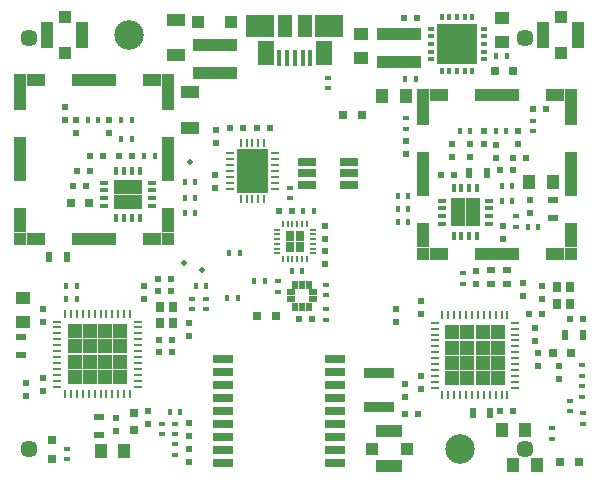
<source format=gts>
G04 #@! TF.GenerationSoftware,KiCad,Pcbnew,(2017-02-19 revision a416f3a4e)-master*
G04 #@! TF.CreationDate,2017-03-09T22:49:21-08:00*
G04 #@! TF.ProjectId,Flight Computer,466C6967687420436F6D70757465722E,rev?*
G04 #@! TF.FileFunction,Soldermask,Top*
G04 #@! TF.FilePolarity,Negative*
%FSLAX46Y46*%
G04 Gerber Fmt 4.6, Leading zero omitted, Abs format (unit mm)*
G04 Created by KiCad (PCBNEW (2017-02-19 revision a416f3a4e)-master) date 03/09/17 22:49:21*
%MOMM*%
%LPD*%
G01*
G04 APERTURE LIST*
%ADD10C,0.150000*%
%ADD11R,1.800000X0.800000*%
%ADD12R,1.800000X0.700000*%
%ADD13R,0.500000X0.900000*%
%ADD14R,0.400000X0.600000*%
%ADD15R,1.500000X0.700000*%
%ADD16R,0.600000X0.500000*%
%ADD17R,0.500000X0.600000*%
%ADD18R,0.700000X0.250000*%
%ADD19R,0.250000X0.700000*%
%ADD20R,1.325000X1.825000*%
%ADD21R,0.800000X0.800000*%
%ADD22R,0.600000X0.400000*%
%ADD23R,0.800000X0.900000*%
%ADD24C,0.500000*%
%ADD25C,2.500000*%
%ADD26R,1.000000X1.250000*%
%ADD27R,1.000000X2.130000*%
%ADD28R,1.000000X3.800000*%
%ADD29R,1.650000X1.000000*%
%ADD30R,3.800000X1.000000*%
%ADD31R,1.000000X1.000000*%
%ADD32R,0.800000X0.750000*%
%ADD33R,0.750000X0.800000*%
%ADD34R,1.250000X1.000000*%
%ADD35R,1.100000X1.100000*%
%ADD36R,1.475000X2.100000*%
%ADD37R,0.450000X1.380000*%
%ADD38R,1.175000X1.900000*%
%ADD39R,2.375000X1.900000*%
%ADD40C,1.450000*%
%ADD41R,0.600000X0.700000*%
%ADD42R,0.600000X0.750000*%
%ADD43R,0.750000X0.600000*%
%ADD44R,2.500000X0.900000*%
%ADD45R,0.800000X0.600000*%
%ADD46R,2.200000X1.050000*%
%ADD47R,0.200000X0.550000*%
%ADD48R,0.550000X0.200000*%
%ADD49R,0.800000X0.875000*%
%ADD50R,3.700000X0.980000*%
%ADD51R,1.050000X2.200000*%
%ADD52R,1.600000X1.000000*%
%ADD53R,1.675000X1.675000*%
%ADD54R,0.550000X0.400000*%
%ADD55R,0.400000X0.550000*%
%ADD56R,1.287500X1.287500*%
%ADD57R,1.250000X1.250000*%
%ADD58R,0.800000X0.350000*%
%ADD59R,0.350000X0.800000*%
%ADD60R,0.900000X0.500000*%
G04 APERTURE END LIST*
D10*
D11*
X68900435Y-116000076D03*
X78400435Y-116000076D03*
X68900435Y-117100076D03*
X78400435Y-117100076D03*
X68900435Y-118200076D03*
X78400435Y-118200076D03*
X68900435Y-119300076D03*
X78400435Y-119300076D03*
X68900435Y-120400076D03*
X78400435Y-120400076D03*
X68900435Y-121500076D03*
X78400435Y-121500076D03*
X68900435Y-122600076D03*
X78400435Y-122600076D03*
D12*
X68900435Y-114900076D03*
X78400435Y-114900076D03*
X68900435Y-123700076D03*
X78400435Y-123700076D03*
D13*
X91550000Y-119450000D03*
X90050000Y-119450000D03*
D14*
X69300000Y-109750000D03*
X70200000Y-109750000D03*
X70350000Y-105950000D03*
X69450000Y-105950000D03*
D15*
X76050000Y-100200000D03*
X76050000Y-99200000D03*
X76050000Y-98200000D03*
X79550000Y-98200000D03*
X79550000Y-99200000D03*
X79550000Y-100200000D03*
D16*
X71800000Y-95400000D03*
X72900000Y-95400000D03*
D17*
X68300000Y-95550000D03*
X68300000Y-96650000D03*
X68200000Y-99350000D03*
X68200000Y-100450000D03*
D16*
X93450435Y-97900076D03*
X94550435Y-97900076D03*
D17*
X84350000Y-118150000D03*
X84350000Y-117050000D03*
D16*
X70600000Y-95400000D03*
X69500000Y-95400000D03*
X56250435Y-100300076D03*
X57350435Y-100300076D03*
D17*
X52200000Y-116950000D03*
X52200000Y-118050000D03*
D18*
X69509296Y-97497972D03*
X69509296Y-97997972D03*
X69509296Y-98497972D03*
X69509296Y-98997972D03*
X69509296Y-99497972D03*
X69509296Y-99997972D03*
X69509296Y-100497972D03*
D19*
X70409296Y-101397972D03*
X70909296Y-101397972D03*
X71409296Y-101397972D03*
X71909296Y-101397972D03*
X72409296Y-101397972D03*
D18*
X73309296Y-100497972D03*
X73309296Y-99997972D03*
X73309296Y-99497972D03*
X73309296Y-98997972D03*
X73309296Y-98497972D03*
X73309296Y-97997972D03*
X73309296Y-97497972D03*
D19*
X72409296Y-96597972D03*
X71909296Y-96597972D03*
X71409296Y-96597972D03*
X70909296Y-96597972D03*
X70409296Y-96597972D03*
D20*
X72071796Y-99910472D03*
X72071796Y-98085472D03*
X70746796Y-99910472D03*
X70746796Y-98085472D03*
D21*
X79100000Y-94250000D03*
X80700000Y-94250000D03*
D22*
X77850000Y-91100000D03*
X77850000Y-92000000D03*
D21*
X54450000Y-121800000D03*
X54450000Y-123400000D03*
X71800000Y-111300000D03*
X73400000Y-111300000D03*
X99050000Y-123650000D03*
X97450000Y-123650000D03*
D22*
X74550000Y-101300000D03*
X74550000Y-100400000D03*
X96800000Y-120750000D03*
X96800000Y-121650000D03*
X55750000Y-122500000D03*
X55750000Y-123400000D03*
D14*
X71550000Y-108300000D03*
X72450000Y-108300000D03*
D22*
X67450000Y-110700000D03*
X67450000Y-109800000D03*
D23*
X64650435Y-110500076D03*
X64650435Y-111900076D03*
X63550435Y-111900076D03*
X63550435Y-110500076D03*
X98300000Y-108850000D03*
X98300000Y-110250000D03*
X97200000Y-110250000D03*
X97200000Y-108850000D03*
D17*
X83550000Y-110700000D03*
X83550000Y-111800000D03*
D24*
X66100526Y-98249723D03*
X65600000Y-106750002D03*
X67150526Y-107399723D03*
D16*
X63400526Y-108149723D03*
X64500526Y-108149723D03*
D17*
X62600526Y-120449723D03*
X62600526Y-119349723D03*
X97350000Y-115550000D03*
X97350000Y-116650000D03*
D25*
X89000526Y-122499723D03*
D22*
X99350526Y-115449723D03*
X99350526Y-116349723D03*
D14*
X64400526Y-119399723D03*
X65300526Y-119399723D03*
D22*
X63750526Y-120399723D03*
X63750526Y-121299723D03*
X64850526Y-121299723D03*
X64850526Y-120399723D03*
D14*
X66600526Y-108749723D03*
X67500526Y-108749723D03*
D22*
X64850526Y-122149723D03*
X64850526Y-123049723D03*
D14*
X56550526Y-109849723D03*
X55650526Y-109849723D03*
X56550526Y-108699723D03*
X55650526Y-108699723D03*
D22*
X99350526Y-117199723D03*
X99350526Y-118099723D03*
X98300526Y-118449723D03*
X98300526Y-119349723D03*
X99400526Y-119499723D03*
X99400526Y-120399723D03*
X66300526Y-109799723D03*
X66300526Y-110699723D03*
D25*
X61000526Y-87499723D03*
D26*
X84400000Y-92650000D03*
X82400000Y-92650000D03*
D16*
X64500526Y-109199723D03*
X63400526Y-109199723D03*
X98300000Y-111550000D03*
X99400000Y-111550000D03*
D17*
X95950000Y-108750000D03*
X95950000Y-109850000D03*
X66000000Y-111850000D03*
X66000000Y-112950000D03*
D27*
X51750526Y-92834723D03*
X64250526Y-92834723D03*
D28*
X51750526Y-97999723D03*
X64250526Y-97999723D03*
D27*
X51750526Y-103164723D03*
X64250526Y-103164723D03*
D29*
X53075526Y-91269723D03*
X53075526Y-104729723D03*
D30*
X58000526Y-91269723D03*
X58000526Y-104729723D03*
D29*
X62925526Y-91269723D03*
X62925526Y-104729723D03*
D31*
X64250526Y-91269723D03*
X51750526Y-91269723D03*
X51750526Y-104729723D03*
X64250526Y-104729723D03*
D27*
X85850435Y-94105076D03*
X98350435Y-94105076D03*
D28*
X85850435Y-99270076D03*
X98350435Y-99270076D03*
D27*
X85850435Y-104435076D03*
X98350435Y-104435076D03*
D29*
X87175435Y-92540076D03*
X87175435Y-106000076D03*
D30*
X92100435Y-92540076D03*
X92100435Y-106000076D03*
D29*
X97025435Y-92540076D03*
X97025435Y-106000076D03*
D31*
X98350435Y-92540076D03*
X85850435Y-92540076D03*
X85850435Y-106000076D03*
X98350435Y-106000076D03*
D17*
X85650000Y-110000000D03*
X85650000Y-111100000D03*
X88350000Y-96750076D03*
X88350000Y-97850076D03*
X95550000Y-115500000D03*
X95550000Y-114400000D03*
D16*
X64600000Y-113300076D03*
X63500000Y-113300076D03*
D17*
X53700000Y-117650000D03*
X53700000Y-116550000D03*
X95350000Y-112300000D03*
X95350000Y-113400000D03*
D32*
X98350000Y-114400000D03*
X96850000Y-114400000D03*
D33*
X61350435Y-120950076D03*
X61350435Y-119450076D03*
D32*
X56050435Y-101750076D03*
X57550435Y-101750076D03*
X93450649Y-90554868D03*
X91950649Y-90554868D03*
D34*
X52000526Y-109749723D03*
X52000526Y-111749723D03*
D26*
X60550435Y-122700076D03*
X58550435Y-122700076D03*
X95500000Y-123900000D03*
X93500000Y-123900000D03*
D34*
X80600526Y-87399723D03*
X80600526Y-89399723D03*
D26*
X96850435Y-99900076D03*
X94850435Y-99900076D03*
X94500000Y-120900000D03*
X92500000Y-120900000D03*
D14*
X93400435Y-100250076D03*
X92500435Y-100250076D03*
D35*
X69600000Y-86400000D03*
X66800000Y-86400000D03*
D36*
X72538026Y-89040000D03*
D37*
X73700526Y-89400000D03*
X74350526Y-89400000D03*
X75000526Y-89400000D03*
X75650526Y-89400000D03*
D38*
X74163026Y-86740000D03*
X75838026Y-86740000D03*
D39*
X72088026Y-86740000D03*
X77913026Y-86740000D03*
D36*
X77463026Y-89040000D03*
D37*
X76300526Y-89400000D03*
D17*
X66000870Y-120300152D03*
X66000870Y-121400152D03*
X66000870Y-123650152D03*
X66000870Y-122550152D03*
D16*
X75320120Y-111569520D03*
X76420120Y-111569520D03*
D17*
X77570120Y-103619520D03*
X77570120Y-104719520D03*
D16*
X85450000Y-119550000D03*
X84350000Y-119550000D03*
D17*
X77550526Y-106899723D03*
X77550526Y-105799723D03*
D16*
X73620120Y-102369520D03*
X74720120Y-102369520D03*
D40*
X94500435Y-87700076D03*
X94500435Y-122500076D03*
X52500435Y-87700076D03*
X52500435Y-122500076D03*
D41*
X75020120Y-110489520D03*
D42*
X75620120Y-110489520D03*
X75020120Y-108649520D03*
X75620120Y-108649520D03*
D43*
X76540120Y-109269520D03*
X76540120Y-109869520D03*
D41*
X76220120Y-108649520D03*
D43*
X74700120Y-109269520D03*
X74700120Y-109869520D03*
D42*
X76220120Y-110489520D03*
D14*
X75620120Y-107469520D03*
X74720120Y-107469520D03*
D22*
X77670120Y-108619520D03*
X77670120Y-109519520D03*
X77670120Y-111619520D03*
X77670120Y-110719520D03*
D14*
X75720120Y-102369520D03*
X76620120Y-102369520D03*
D22*
X73570120Y-109219520D03*
X73570120Y-108319520D03*
D44*
X82150000Y-116100000D03*
X82150000Y-119000000D03*
D45*
X91600000Y-107350000D03*
X91600000Y-108550000D03*
X93000000Y-108550000D03*
X93000000Y-107350000D03*
D31*
X81500526Y-122499723D03*
X84500526Y-122499723D03*
D46*
X83000526Y-123974723D03*
X83000526Y-121024723D03*
D47*
X74000120Y-106474520D03*
X74400120Y-106474520D03*
X74800120Y-106474520D03*
X75200120Y-106474520D03*
X75600120Y-106474520D03*
X76000120Y-106474520D03*
D48*
X76500120Y-105974520D03*
X76500120Y-105574520D03*
X76500120Y-105174520D03*
X76500120Y-104774520D03*
X76500120Y-104374520D03*
X76500120Y-103974520D03*
D47*
X76000120Y-103474520D03*
X75600120Y-103474520D03*
X75200120Y-103474520D03*
X74800120Y-103474520D03*
X74400120Y-103474520D03*
X74000120Y-103474520D03*
D48*
X73500120Y-103974520D03*
X73500120Y-104374520D03*
X73500120Y-104774520D03*
X73500120Y-105174520D03*
X73500120Y-105574520D03*
X73500120Y-105974520D03*
D49*
X75400120Y-104539520D03*
X74600120Y-104539520D03*
X75400120Y-105409520D03*
X74600120Y-105409520D03*
D50*
X68200000Y-90735000D03*
X68200000Y-88365000D03*
X83800526Y-87414723D03*
X83800526Y-89784723D03*
D31*
X97500526Y-88999723D03*
X97500526Y-85999723D03*
D51*
X98975526Y-87499723D03*
X96025526Y-87499723D03*
D31*
X55500526Y-88999723D03*
X55500526Y-85999723D03*
D51*
X56975526Y-87499723D03*
X54025526Y-87499723D03*
D17*
X84400000Y-97550000D03*
X84400000Y-96450000D03*
D16*
X85359484Y-86005221D03*
X84259484Y-86005221D03*
D34*
X92559575Y-86054868D03*
X92559575Y-88054868D03*
D52*
X64900526Y-89199723D03*
X64900526Y-86199723D03*
X66150000Y-95350000D03*
X66150000Y-92350000D03*
D53*
X87900749Y-89084905D03*
X89575749Y-89084905D03*
X87900749Y-87409905D03*
X89575749Y-87409905D03*
D54*
X86488249Y-89547405D03*
X86488249Y-88897405D03*
X86488249Y-88247405D03*
X86488249Y-87597405D03*
X86488249Y-86947405D03*
D55*
X87438249Y-85997405D03*
X88088249Y-85997405D03*
X88738249Y-85997405D03*
X89388249Y-85997405D03*
X90038249Y-85997405D03*
D54*
X90988249Y-86947405D03*
X90988249Y-87597405D03*
X90988249Y-88247405D03*
X90988249Y-88897405D03*
X90988249Y-89547405D03*
D55*
X90038249Y-90497405D03*
X89388249Y-90497405D03*
X88738249Y-90497405D03*
X88088249Y-90497405D03*
X87438249Y-90497405D03*
D14*
X84350000Y-91250000D03*
X85250000Y-91250000D03*
X92046389Y-89304868D03*
X92946389Y-89304868D03*
D22*
X84400000Y-95450000D03*
X84400000Y-94550000D03*
D16*
X95950000Y-111100000D03*
X94850000Y-111100000D03*
D17*
X91000435Y-96750076D03*
X91000435Y-95650076D03*
X93900435Y-96750076D03*
X93900435Y-95650076D03*
D16*
X96250000Y-93750000D03*
X95150000Y-93750000D03*
X60100435Y-97700076D03*
X61200435Y-97700076D03*
D17*
X94350000Y-108450000D03*
X94350000Y-109550000D03*
X59300435Y-95750076D03*
X59300435Y-94650076D03*
X56500526Y-95749723D03*
X56500526Y-94649723D03*
X55500526Y-94649723D03*
X55500526Y-93549723D03*
D14*
X89850435Y-95650076D03*
X88950435Y-95650076D03*
X92900435Y-95650076D03*
X92000435Y-95650076D03*
D22*
X95150000Y-94750076D03*
X95150000Y-95650076D03*
D14*
X61200435Y-96300076D03*
X60300435Y-96300076D03*
X60300435Y-94650076D03*
X61200435Y-94650076D03*
X57450526Y-94650076D03*
X58350526Y-94650076D03*
D56*
X92181326Y-112668315D03*
X90893826Y-112668315D03*
X89606326Y-112668315D03*
X88318826Y-112668315D03*
X92181326Y-113955815D03*
X90893826Y-113955815D03*
X89606326Y-113955815D03*
X88318826Y-113955815D03*
X92181326Y-115243315D03*
X90893826Y-115243315D03*
X89606326Y-115243315D03*
X88318826Y-115243315D03*
X92181326Y-116530815D03*
X90893826Y-116530815D03*
X89606326Y-116530815D03*
X88318826Y-116530815D03*
D18*
X93650076Y-111849565D03*
X93650076Y-112349565D03*
X93650076Y-112849565D03*
X93650076Y-113349565D03*
X93650076Y-113849565D03*
X93650076Y-114349565D03*
X93650076Y-114849565D03*
X93650076Y-115349565D03*
X93650076Y-115849565D03*
X93650076Y-116349565D03*
X93650076Y-116849565D03*
X93650076Y-117349565D03*
D19*
X93000076Y-117999565D03*
X92500076Y-117999565D03*
X92000076Y-117999565D03*
X91500076Y-117999565D03*
X91000076Y-117999565D03*
X90500076Y-117999565D03*
X90000076Y-117999565D03*
X89500076Y-117999565D03*
X89000076Y-117999565D03*
X88500076Y-117999565D03*
X88000076Y-117999565D03*
X87500076Y-117999565D03*
D18*
X86850076Y-117349565D03*
X86850076Y-116849565D03*
X86850076Y-116349565D03*
X86850076Y-115849565D03*
X86850076Y-115349565D03*
X86850076Y-114849565D03*
X86850076Y-114349565D03*
X86850076Y-113849565D03*
X86850076Y-113349565D03*
X86850076Y-112849565D03*
X86850076Y-112349565D03*
X86850076Y-111849565D03*
D19*
X87500076Y-111199565D03*
X88000076Y-111199565D03*
X88500076Y-111199565D03*
X89000076Y-111199565D03*
X89500076Y-111199565D03*
X90000076Y-111199565D03*
X90500076Y-111199565D03*
X91000076Y-111199565D03*
X91500076Y-111199565D03*
X92000076Y-111199565D03*
X92500076Y-111199565D03*
X93000076Y-111199565D03*
D57*
X90050435Y-101850076D03*
X88800435Y-101850076D03*
X90050435Y-103100076D03*
X88800435Y-103100076D03*
D58*
X91425435Y-101500076D03*
X91425435Y-102150076D03*
X91425435Y-102800076D03*
X91425435Y-103450076D03*
D59*
X90400435Y-104475076D03*
X89750435Y-104475076D03*
X89100435Y-104475076D03*
X88450435Y-104475076D03*
D58*
X87425435Y-103450076D03*
X87425435Y-102800076D03*
X87425435Y-102150076D03*
X87425435Y-101500076D03*
D59*
X88450435Y-100475076D03*
X89100435Y-100475076D03*
X89750435Y-100475076D03*
X90400435Y-100475076D03*
D56*
X60231685Y-112568826D03*
X58944185Y-112568826D03*
X57656685Y-112568826D03*
X56369185Y-112568826D03*
X60231685Y-113856326D03*
X58944185Y-113856326D03*
X57656685Y-113856326D03*
X56369185Y-113856326D03*
X60231685Y-115143826D03*
X58944185Y-115143826D03*
X57656685Y-115143826D03*
X56369185Y-115143826D03*
X60231685Y-116431326D03*
X58944185Y-116431326D03*
X57656685Y-116431326D03*
X56369185Y-116431326D03*
D18*
X61700435Y-111750076D03*
X61700435Y-112250076D03*
X61700435Y-112750076D03*
X61700435Y-113250076D03*
X61700435Y-113750076D03*
X61700435Y-114250076D03*
X61700435Y-114750076D03*
X61700435Y-115250076D03*
X61700435Y-115750076D03*
X61700435Y-116250076D03*
X61700435Y-116750076D03*
X61700435Y-117250076D03*
D19*
X61050435Y-117900076D03*
X60550435Y-117900076D03*
X60050435Y-117900076D03*
X59550435Y-117900076D03*
X59050435Y-117900076D03*
X58550435Y-117900076D03*
X58050435Y-117900076D03*
X57550435Y-117900076D03*
X57050435Y-117900076D03*
X56550435Y-117900076D03*
X56050435Y-117900076D03*
X55550435Y-117900076D03*
D18*
X54900435Y-117250076D03*
X54900435Y-116750076D03*
X54900435Y-116250076D03*
X54900435Y-115750076D03*
X54900435Y-115250076D03*
X54900435Y-114750076D03*
X54900435Y-114250076D03*
X54900435Y-113750076D03*
X54900435Y-113250076D03*
X54900435Y-112750076D03*
X54900435Y-112250076D03*
X54900435Y-111750076D03*
D19*
X55550435Y-111100076D03*
X56050435Y-111100076D03*
X56550435Y-111100076D03*
X57050435Y-111100076D03*
X57550435Y-111100076D03*
X58050435Y-111100076D03*
X58550435Y-111100076D03*
X59050435Y-111100076D03*
X59550435Y-111100076D03*
X60050435Y-111100076D03*
X60550435Y-111100076D03*
X61050435Y-111100076D03*
D57*
X60250435Y-101600076D03*
X61500435Y-101600076D03*
X60250435Y-100350076D03*
X61500435Y-100350076D03*
D58*
X58875435Y-101950076D03*
X58875435Y-101300076D03*
X58875435Y-100650076D03*
X58875435Y-100000076D03*
D59*
X59900435Y-98975076D03*
X60550435Y-98975076D03*
X61200435Y-98975076D03*
X61850435Y-98975076D03*
D58*
X62875435Y-100000076D03*
X62875435Y-100650076D03*
X62875435Y-101300076D03*
X62875435Y-101950076D03*
D59*
X61850435Y-102975076D03*
X61200435Y-102975076D03*
X60550435Y-102975076D03*
X59900435Y-102975076D03*
D17*
X92050435Y-96800076D03*
X92050435Y-97900076D03*
X90300000Y-108550000D03*
X90300000Y-107450000D03*
X92600435Y-103650076D03*
X92600435Y-104750076D03*
X94900435Y-101450076D03*
X94900435Y-102550076D03*
D16*
X87350435Y-99300076D03*
X88450435Y-99300076D03*
D17*
X89800435Y-96750076D03*
X89800435Y-97850076D03*
X85650000Y-117450000D03*
X85650000Y-116350000D03*
D16*
X93500435Y-98950076D03*
X92400435Y-98950076D03*
X93500000Y-119299474D03*
X92400000Y-119299474D03*
D17*
X62200435Y-108750076D03*
X62200435Y-109850076D03*
D60*
X58450435Y-119850076D03*
X58450435Y-121350076D03*
D13*
X54200000Y-106300000D03*
X55700000Y-106300000D03*
D60*
X51800526Y-114549723D03*
X51800526Y-113049723D03*
D14*
X66567565Y-99936044D03*
X65667565Y-99936044D03*
X66584000Y-101293060D03*
X65684000Y-101293060D03*
X66584000Y-102563060D03*
X65684000Y-102563060D03*
X63150435Y-97700076D03*
X62250435Y-97700076D03*
X83711000Y-101156060D03*
X84611000Y-101156060D03*
X83711000Y-102256060D03*
X84611000Y-102256060D03*
X83711000Y-103356060D03*
X84611000Y-103356060D03*
X94700435Y-103700076D03*
X95600435Y-103700076D03*
D16*
X56550435Y-99000076D03*
X57650435Y-99000076D03*
X58750435Y-97700076D03*
X57650435Y-97700076D03*
D17*
X53700000Y-110650000D03*
X53700000Y-111750000D03*
D13*
X91250435Y-99150076D03*
X89750435Y-99150076D03*
D16*
X64600000Y-114300000D03*
X63500000Y-114300000D03*
D17*
X59850435Y-121050076D03*
X59850435Y-119950076D03*
D22*
X89200000Y-107650000D03*
X89200000Y-108550000D03*
X93700435Y-102800076D03*
X93700435Y-103700076D03*
D60*
X96850435Y-101450076D03*
X96850435Y-102950076D03*
D14*
X93400435Y-101550076D03*
X92500435Y-101550076D03*
D13*
X97900000Y-112900000D03*
X99400000Y-112900000D03*
M02*

</source>
